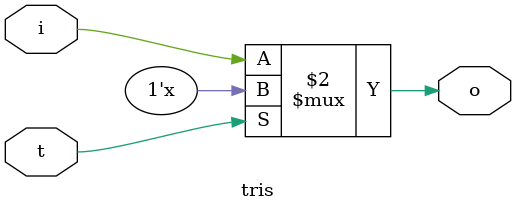
<source format=v>
module tris(t,i,o);
input t,i;
output o;

assign o = (~t)?i:1'bz;
endmodule

</source>
